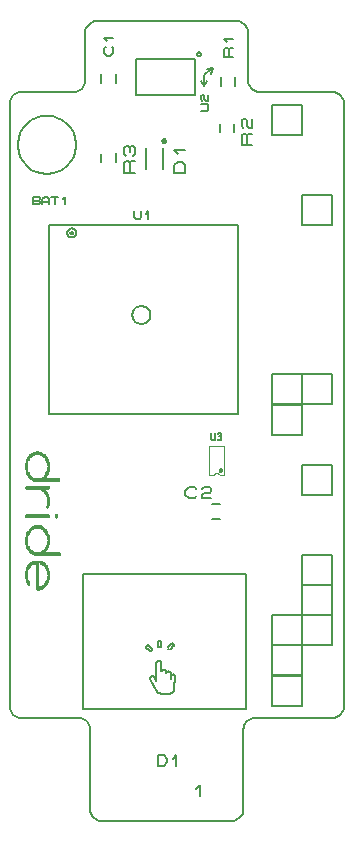
<source format=gbr>
G04 PROTEUS RS274X GERBER FILE*
%FSLAX45Y45*%
%MOMM*%
G01*
%ADD23C,0.203200*%
%ADD24C,0.063500*%
%ADD25C,0.101600*%
%ADD26C,0.250000*%
%ADD27C,0.200000*%
D23*
X+291950Y-3182360D02*
X+323700Y-3151880D01*
X+323700Y-3243320D01*
D24*
X-1159460Y-1397147D02*
X-1159460Y-1341267D01*
X-1159460Y-1107587D02*
X-1159460Y-1046627D01*
X-1159460Y-884067D02*
X-1159460Y-863747D01*
X-1159460Y-635147D02*
X-1159460Y-624987D01*
X-1159460Y-477667D02*
X-1159460Y-421787D01*
X-1154380Y-1417467D02*
X-1154380Y-1320947D01*
X-1154380Y-1127907D02*
X-1154380Y-1026307D01*
X-1154380Y-884067D02*
X-1154380Y-858667D01*
X-1154380Y-645307D02*
X-1154380Y-619907D01*
X-1154380Y-497987D02*
X-1154380Y-401467D01*
X-1149300Y-1432707D02*
X-1149300Y-1305707D01*
X-1149300Y-1143147D02*
X-1149300Y-1011067D01*
X-1149300Y-884067D02*
X-1149300Y-858667D01*
X-1149300Y-645307D02*
X-1149300Y-619907D01*
X-1149300Y-513227D02*
X-1149300Y-391307D01*
X-1144220Y-1432707D02*
X-1144220Y-1300627D01*
X-1144220Y-1148227D02*
X-1144220Y-1005987D01*
X-1144220Y-884067D02*
X-1144220Y-858667D01*
X-1144220Y-645307D02*
X-1144220Y-619907D01*
X-1144220Y-518307D02*
X-1144220Y-386227D01*
X-1139140Y-1447947D02*
X-1139140Y-1402227D01*
X-1139140Y-1331107D02*
X-1139140Y-1290467D01*
X-1139140Y-1153307D02*
X-1139140Y-1107587D01*
X-1139140Y-1041547D02*
X-1139140Y-1000907D01*
X-1139140Y-884067D02*
X-1139140Y-858667D01*
X-1139140Y-645307D02*
X-1139140Y-619907D01*
X-1139140Y-528467D02*
X-1139140Y-487827D01*
X-1139140Y-416707D02*
X-1139140Y-370987D01*
X-1134060Y-1453027D02*
X-1134060Y-1417467D01*
X-1134060Y-1320947D02*
X-1134060Y-1280307D01*
X-1134060Y-1158387D02*
X-1134060Y-1122827D01*
X-1134060Y-1031387D02*
X-1134060Y-995827D01*
X-1134060Y-884067D02*
X-1134060Y-858667D01*
X-1134060Y-645307D02*
X-1134060Y-619907D01*
X-1134060Y-538627D02*
X-1134060Y-497987D01*
X-1134060Y-401467D02*
X-1134060Y-365907D01*
X-1128980Y-1453027D02*
X-1128980Y-1422547D01*
X-1128980Y-1315867D02*
X-1128980Y-1275227D01*
X-1128980Y-1163467D02*
X-1128980Y-1127907D01*
X-1128980Y-1026307D02*
X-1128980Y-985667D01*
X-1128980Y-884067D02*
X-1128980Y-858667D01*
X-1128980Y-645307D02*
X-1128980Y-619907D01*
X-1128980Y-543707D02*
X-1128980Y-503067D01*
X-1128980Y-396387D02*
X-1128980Y-360827D01*
X-1123900Y-1453027D02*
X-1123900Y-1437787D01*
X-1123900Y-1310787D02*
X-1123900Y-1270147D01*
X-1123900Y-1173627D02*
X-1123900Y-1138067D01*
X-1123900Y-1011067D02*
X-1123900Y-980587D01*
X-1123900Y-884067D02*
X-1123900Y-858667D01*
X-1123900Y-645307D02*
X-1123900Y-619907D01*
X-1123900Y-548787D02*
X-1123900Y-513227D01*
X-1123900Y-391307D02*
X-1123900Y-350667D01*
X-1118820Y-1300627D02*
X-1118820Y-1270147D01*
X-1118820Y-1178707D02*
X-1118820Y-1148227D01*
X-1118820Y-1005987D02*
X-1118820Y-975507D01*
X-1118820Y-884067D02*
X-1118820Y-858667D01*
X-1118820Y-645307D02*
X-1118820Y-619907D01*
X-1118820Y-558947D02*
X-1118820Y-523387D01*
X-1118820Y-376067D02*
X-1118820Y-345587D01*
X-1113740Y-1295547D02*
X-1113740Y-1265067D01*
X-1113740Y-1183787D02*
X-1113740Y-1153307D01*
X-1113740Y-1000907D02*
X-1113740Y-970427D01*
X-1113740Y-884067D02*
X-1113740Y-858667D01*
X-1113740Y-645307D02*
X-1113740Y-619907D01*
X-1113740Y-558947D02*
X-1113740Y-523387D01*
X-1113740Y-376067D02*
X-1113740Y-345587D01*
X-1108660Y-1290467D02*
X-1108660Y-1259987D01*
X-1108660Y-1183787D02*
X-1108660Y-1158387D01*
X-1108660Y-990747D02*
X-1108660Y-965347D01*
X-1108660Y-884067D02*
X-1108660Y-858667D01*
X-1108660Y-645307D02*
X-1108660Y-619907D01*
X-1108660Y-558947D02*
X-1108660Y-533547D01*
X-1108660Y-370987D02*
X-1108660Y-340507D01*
X-1103580Y-1280307D02*
X-1103580Y-1254907D01*
X-1103580Y-1188867D02*
X-1103580Y-1158387D01*
X-1103580Y-985667D02*
X-1103580Y-965347D01*
X-1103580Y-884067D02*
X-1103580Y-858667D01*
X-1103580Y-645307D02*
X-1103580Y-619907D01*
X-1103580Y-564027D02*
X-1103580Y-538627D01*
X-1103580Y-365907D02*
X-1103580Y-335427D01*
X-1098500Y-1280307D02*
X-1098500Y-1254907D01*
X-1098500Y-1193947D02*
X-1098500Y-1163467D01*
X-1098500Y-985667D02*
X-1098500Y-960267D01*
X-1098500Y-884067D02*
X-1098500Y-858667D01*
X-1098500Y-645307D02*
X-1098500Y-619907D01*
X-1098500Y-564027D02*
X-1098500Y-543707D01*
X-1098500Y-360827D02*
X-1098500Y-335427D01*
X-1093420Y-1280307D02*
X-1093420Y-1254907D01*
X-1093420Y-1193947D02*
X-1093420Y-1168547D01*
X-1093420Y-980587D02*
X-1093420Y-960267D01*
X-1093420Y-884067D02*
X-1093420Y-858667D01*
X-1093420Y-645307D02*
X-1093420Y-619907D01*
X-1093420Y-574187D02*
X-1093420Y-548787D01*
X-1093420Y-355747D02*
X-1093420Y-330347D01*
X-1088340Y-1275227D02*
X-1088340Y-1249827D01*
X-1088340Y-1193947D02*
X-1088340Y-1168547D01*
X-1088340Y-975507D02*
X-1088340Y-960267D01*
X-1088340Y-884067D02*
X-1088340Y-858667D01*
X-1088340Y-645307D02*
X-1088340Y-619907D01*
X-1088340Y-574187D02*
X-1088340Y-548787D01*
X-1088340Y-355747D02*
X-1088340Y-330347D01*
X-1083260Y-1275227D02*
X-1083260Y-1249827D01*
X-1083260Y-1199027D02*
X-1083260Y-1173627D01*
X-1083260Y-975507D02*
X-1083260Y-950107D01*
X-1083260Y-884067D02*
X-1083260Y-858667D01*
X-1083260Y-645307D02*
X-1083260Y-619907D01*
X-1083260Y-574187D02*
X-1083260Y-548787D01*
X-1083260Y-355747D02*
X-1083260Y-330347D01*
X-1078180Y-1275227D02*
X-1078180Y-1249827D01*
X-1078180Y-1199027D02*
X-1078180Y-1173627D01*
X-1078180Y-975507D02*
X-1078180Y-950107D01*
X-1078180Y-884067D02*
X-1078180Y-858667D01*
X-1078180Y-645307D02*
X-1078180Y-619907D01*
X-1078180Y-574187D02*
X-1078180Y-553867D01*
X-1078180Y-350667D02*
X-1078180Y-330347D01*
X-1073100Y-1275227D02*
X-1073100Y-1249827D01*
X-1073100Y-1199027D02*
X-1073100Y-1173627D01*
X-1073100Y-975507D02*
X-1073100Y-950107D01*
X-1073100Y-884067D02*
X-1073100Y-858667D01*
X-1073100Y-645307D02*
X-1073100Y-619907D01*
X-1073100Y-574187D02*
X-1073100Y-553867D01*
X-1073100Y-350667D02*
X-1073100Y-330347D01*
X-1068020Y-1275227D02*
X-1068020Y-1249827D01*
X-1068020Y-1199027D02*
X-1068020Y-1173627D01*
X-1068020Y-975507D02*
X-1068020Y-950107D01*
X-1068020Y-884067D02*
X-1068020Y-858667D01*
X-1068020Y-645307D02*
X-1068020Y-619907D01*
X-1068020Y-579267D02*
X-1068020Y-553867D01*
X-1068020Y-350667D02*
X-1068020Y-325267D01*
X-1062940Y-1488587D02*
X-1062940Y-1249827D01*
X-1062940Y-1199027D02*
X-1062940Y-1173627D01*
X-1062940Y-975507D02*
X-1062940Y-950107D01*
X-1062940Y-884067D02*
X-1062940Y-858667D01*
X-1062940Y-645307D02*
X-1062940Y-619907D01*
X-1062940Y-579267D02*
X-1062940Y-553867D01*
X-1062940Y-350667D02*
X-1062940Y-325267D01*
X-1057860Y-1498747D02*
X-1057860Y-1249827D01*
X-1057860Y-1199027D02*
X-1057860Y-1173627D01*
X-1057860Y-975507D02*
X-1057860Y-950107D01*
X-1057860Y-884067D02*
X-1057860Y-858667D01*
X-1057860Y-645307D02*
X-1057860Y-619907D01*
X-1057860Y-579267D02*
X-1057860Y-553867D01*
X-1057860Y-350667D02*
X-1057860Y-325267D01*
X-1052780Y-1498747D02*
X-1052780Y-1249827D01*
X-1052780Y-1199027D02*
X-1052780Y-1173627D01*
X-1052780Y-975507D02*
X-1052780Y-950107D01*
X-1052780Y-884067D02*
X-1052780Y-858667D01*
X-1052780Y-645307D02*
X-1052780Y-619907D01*
X-1052780Y-579267D02*
X-1052780Y-553867D01*
X-1052780Y-350667D02*
X-1052780Y-325267D01*
X-1047700Y-1498747D02*
X-1047700Y-1463187D01*
X-1047700Y-1275227D02*
X-1047700Y-1249827D01*
X-1047700Y-1199027D02*
X-1047700Y-1173627D01*
X-1047700Y-975507D02*
X-1047700Y-950107D01*
X-1047700Y-884067D02*
X-1047700Y-858667D01*
X-1047700Y-645307D02*
X-1047700Y-619907D01*
X-1047700Y-579267D02*
X-1047700Y-553867D01*
X-1047700Y-350667D02*
X-1047700Y-325267D01*
X-1042620Y-1498747D02*
X-1042620Y-1468267D01*
X-1042620Y-1265067D02*
X-1042620Y-1249827D01*
X-1042620Y-1199027D02*
X-1042620Y-1173627D01*
X-1042620Y-975507D02*
X-1042620Y-950107D01*
X-1042620Y-884067D02*
X-1042620Y-858667D01*
X-1042620Y-645307D02*
X-1042620Y-619907D01*
X-1042620Y-579267D02*
X-1042620Y-553867D01*
X-1042620Y-350667D02*
X-1042620Y-330347D01*
X-1037540Y-1493667D02*
X-1037540Y-1473347D01*
X-1037540Y-1265067D02*
X-1037540Y-1249827D01*
X-1037540Y-1199027D02*
X-1037540Y-1173627D01*
X-1037540Y-975507D02*
X-1037540Y-950107D01*
X-1037540Y-884067D02*
X-1037540Y-858667D01*
X-1037540Y-645307D02*
X-1037540Y-619907D01*
X-1037540Y-579267D02*
X-1037540Y-553867D01*
X-1037540Y-350667D02*
X-1037540Y-330347D01*
X-1032460Y-1488587D02*
X-1032460Y-1468267D01*
X-1032460Y-1275227D02*
X-1032460Y-1249827D01*
X-1032460Y-1199027D02*
X-1032460Y-1173627D01*
X-1032460Y-975507D02*
X-1032460Y-950107D01*
X-1032460Y-884067D02*
X-1032460Y-858667D01*
X-1032460Y-645307D02*
X-1032460Y-619907D01*
X-1032460Y-579267D02*
X-1032460Y-548787D01*
X-1032460Y-355747D02*
X-1032460Y-330347D01*
X-1027380Y-1488587D02*
X-1027380Y-1463187D01*
X-1027380Y-1275227D02*
X-1027380Y-1249827D01*
X-1027380Y-1199027D02*
X-1027380Y-1173627D01*
X-1027380Y-975507D02*
X-1027380Y-950107D01*
X-1027380Y-884067D02*
X-1027380Y-858667D01*
X-1027380Y-650387D02*
X-1027380Y-619907D01*
X-1027380Y-579267D02*
X-1027380Y-548787D01*
X-1027380Y-355747D02*
X-1027380Y-330347D01*
X-1022300Y-1488587D02*
X-1022300Y-1463187D01*
X-1022300Y-1280307D02*
X-1022300Y-1249827D01*
X-1022300Y-1199027D02*
X-1022300Y-1168547D01*
X-1022300Y-985667D02*
X-1022300Y-960267D01*
X-1022300Y-884067D02*
X-1022300Y-858667D01*
X-1022300Y-650387D02*
X-1022300Y-619907D01*
X-1022300Y-579267D02*
X-1022300Y-548787D01*
X-1022300Y-355747D02*
X-1022300Y-330347D01*
X-1017220Y-1488587D02*
X-1017220Y-1458107D01*
X-1017220Y-1280307D02*
X-1017220Y-1254907D01*
X-1017220Y-1199027D02*
X-1017220Y-1168547D01*
X-1017220Y-985667D02*
X-1017220Y-960267D01*
X-1017220Y-884067D02*
X-1017220Y-858667D01*
X-1017220Y-655467D02*
X-1017220Y-619907D01*
X-1017220Y-579267D02*
X-1017220Y-538627D01*
X-1017220Y-360827D02*
X-1017220Y-335427D01*
X-1012140Y-1483507D02*
X-1012140Y-1458107D01*
X-1012140Y-1285387D02*
X-1012140Y-1254907D01*
X-1012140Y-1199027D02*
X-1012140Y-1163467D01*
X-1012140Y-985667D02*
X-1012140Y-965347D01*
X-1012140Y-884067D02*
X-1012140Y-858667D01*
X-1012140Y-660547D02*
X-1012140Y-619907D01*
X-1012140Y-579267D02*
X-1012140Y-538627D01*
X-1012140Y-365907D02*
X-1012140Y-335427D01*
X-1007060Y-1478427D02*
X-1007060Y-1453027D01*
X-1007060Y-1285387D02*
X-1007060Y-1259987D01*
X-1007060Y-1199027D02*
X-1007060Y-1158387D01*
X-1007060Y-995827D02*
X-1007060Y-965347D01*
X-1007060Y-884067D02*
X-1007060Y-858667D01*
X-1007060Y-660547D02*
X-1007060Y-619907D01*
X-1007060Y-579267D02*
X-1007060Y-538627D01*
X-1007060Y-370987D02*
X-1007060Y-345587D01*
X-1001980Y-1473347D02*
X-1001980Y-1447947D01*
X-1001980Y-1290467D02*
X-1001980Y-1259987D01*
X-1001980Y-1199027D02*
X-1001980Y-1153307D01*
X-1001980Y-1000907D02*
X-1001980Y-970427D01*
X-1001980Y-884067D02*
X-1001980Y-858667D01*
X-1001980Y-665627D02*
X-1001980Y-619907D01*
X-1001980Y-579267D02*
X-1001980Y-533547D01*
X-1001980Y-370987D02*
X-1001980Y-345587D01*
X-996900Y-1473347D02*
X-996900Y-1442867D01*
X-996900Y-1295547D02*
X-996900Y-1265067D01*
X-996900Y-1199027D02*
X-996900Y-1148227D01*
X-996900Y-1005987D02*
X-996900Y-975507D01*
X-996900Y-884067D02*
X-996900Y-858667D01*
X-996900Y-675787D02*
X-996900Y-619907D01*
X-996900Y-579267D02*
X-996900Y-523387D01*
X-996900Y-376067D02*
X-996900Y-345587D01*
X-991820Y-1468267D02*
X-991820Y-1432707D01*
X-991820Y-1310787D02*
X-991820Y-1270147D01*
X-991820Y-1199027D02*
X-991820Y-1138067D01*
X-991820Y-1011067D02*
X-991820Y-980587D01*
X-991820Y-884067D02*
X-991820Y-858667D01*
X-991820Y-680867D02*
X-991820Y-619907D01*
X-991820Y-579267D02*
X-991820Y-518307D01*
X-991820Y-386227D02*
X-991820Y-350667D01*
X-986740Y-1463187D02*
X-986740Y-1422547D01*
X-986740Y-1315867D02*
X-986740Y-1275227D01*
X-986740Y-1199027D02*
X-986740Y-1132987D01*
X-986740Y-1021227D02*
X-986740Y-980587D01*
X-986740Y-884067D02*
X-986740Y-858667D01*
X-986740Y-685947D02*
X-986740Y-655467D01*
X-986740Y-645307D02*
X-986740Y-619907D01*
X-986740Y-579267D02*
X-986740Y-553867D01*
X-986740Y-543707D02*
X-986740Y-503067D01*
X-986740Y-396387D02*
X-986740Y-360827D01*
X-981660Y-1453027D02*
X-981660Y-1417467D01*
X-981660Y-1331107D02*
X-981660Y-1285387D01*
X-981660Y-1199027D02*
X-981660Y-1173627D01*
X-981660Y-1163467D02*
X-981660Y-1117747D01*
X-981660Y-1031387D02*
X-981660Y-985667D01*
X-981660Y-884067D02*
X-981660Y-858667D01*
X-981660Y-792627D02*
X-981660Y-787547D01*
X-981660Y-701187D02*
X-981660Y-660547D01*
X-981660Y-645307D02*
X-981660Y-619907D01*
X-981660Y-579267D02*
X-981660Y-553867D01*
X-981660Y-538627D02*
X-981660Y-492907D01*
X-981660Y-411627D02*
X-981660Y-365907D01*
X-976580Y-1447947D02*
X-976580Y-1412387D01*
X-976580Y-1336187D02*
X-976580Y-1290467D01*
X-976580Y-1199027D02*
X-976580Y-1173627D01*
X-976580Y-1153307D02*
X-976580Y-1112667D01*
X-976580Y-1036467D02*
X-976580Y-995827D01*
X-976580Y-884067D02*
X-976580Y-858667D01*
X-976580Y-797707D02*
X-976580Y-782467D01*
X-976580Y-706267D02*
X-976580Y-670707D01*
X-976580Y-645307D02*
X-976580Y-619907D01*
X-976580Y-579267D02*
X-976580Y-553867D01*
X-976580Y-528467D02*
X-976580Y-487827D01*
X-976580Y-416707D02*
X-976580Y-370987D01*
X-971500Y-1442867D02*
X-971500Y-1376827D01*
X-971500Y-1361587D02*
X-971500Y-1305707D01*
X-971500Y-1199027D02*
X-971500Y-1173627D01*
X-971500Y-1143147D02*
X-971500Y-1087267D01*
X-971500Y-1066947D02*
X-971500Y-1005987D01*
X-971500Y-884067D02*
X-971500Y-858667D01*
X-971500Y-802787D02*
X-971500Y-757067D01*
X-971500Y-741827D02*
X-971500Y-675787D01*
X-971500Y-645307D02*
X-971500Y-619907D01*
X-971500Y-579267D02*
X-971500Y-553867D01*
X-971500Y-523387D02*
X-971500Y-457347D01*
X-971500Y-442107D02*
X-971500Y-381147D01*
X-966420Y-1427627D02*
X-966420Y-1310787D01*
X-966420Y-1199027D02*
X-966420Y-1173627D01*
X-966420Y-1132987D02*
X-966420Y-1021227D01*
X-966420Y-884067D02*
X-966420Y-858667D01*
X-966420Y-797707D02*
X-966420Y-685947D01*
X-966420Y-645307D02*
X-966420Y-619907D01*
X-966420Y-579267D02*
X-966420Y-553867D01*
X-966420Y-513227D02*
X-966420Y-391307D01*
X-961340Y-1422547D02*
X-961340Y-1315867D01*
X-961340Y-1199027D02*
X-961340Y-1173627D01*
X-961340Y-1127907D02*
X-961340Y-1026307D01*
X-961340Y-884067D02*
X-961340Y-858667D01*
X-961340Y-792627D02*
X-961340Y-691027D01*
X-961340Y-645307D02*
X-961340Y-619907D01*
X-961340Y-579267D02*
X-961340Y-553867D01*
X-961340Y-508147D02*
X-961340Y-396387D01*
X-956260Y-1407307D02*
X-956260Y-1336187D01*
X-956260Y-1199027D02*
X-956260Y-1173627D01*
X-956260Y-1112667D02*
X-956260Y-1036467D01*
X-956260Y-884067D02*
X-956260Y-863747D01*
X-956260Y-782467D02*
X-956260Y-711347D01*
X-956260Y-635147D02*
X-956260Y-619907D01*
X-956260Y-579267D02*
X-956260Y-553867D01*
X-956260Y-487827D02*
X-956260Y-416707D01*
X-951180Y-1199027D02*
X-951180Y-1173627D01*
X-951180Y-579267D02*
X-951180Y-553867D01*
X-946100Y-1199027D02*
X-946100Y-1173627D01*
X-946100Y-579267D02*
X-946100Y-553867D01*
X-941020Y-1199027D02*
X-941020Y-1173627D01*
X-941020Y-579267D02*
X-941020Y-553867D01*
X-935940Y-1199027D02*
X-935940Y-1173627D01*
X-935940Y-579267D02*
X-935940Y-553867D01*
X-930860Y-1199027D02*
X-930860Y-1173627D01*
X-930860Y-579267D02*
X-930860Y-553867D01*
X-925780Y-1199027D02*
X-925780Y-1173627D01*
X-925780Y-579267D02*
X-925780Y-553867D01*
X-920700Y-1199027D02*
X-920700Y-1173627D01*
X-920700Y-579267D02*
X-920700Y-553867D01*
X-915620Y-1199027D02*
X-915620Y-1173627D01*
X-915620Y-579267D02*
X-915620Y-553867D01*
X-910540Y-1199027D02*
X-910540Y-1173627D01*
X-910540Y-579267D02*
X-910540Y-553867D01*
X-905460Y-1199027D02*
X-905460Y-1173627D01*
X-905460Y-884067D02*
X-905460Y-858667D01*
X-905460Y-579267D02*
X-905460Y-553867D01*
X-900380Y-1199027D02*
X-900380Y-1173627D01*
X-900380Y-889147D02*
X-900380Y-858667D01*
X-900380Y-579267D02*
X-900380Y-553867D01*
X-895300Y-1199027D02*
X-895300Y-1173627D01*
X-895300Y-889147D02*
X-895300Y-858667D01*
X-895300Y-579267D02*
X-895300Y-553867D01*
X-890220Y-1199027D02*
X-890220Y-1173627D01*
X-890220Y-884067D02*
X-890220Y-858667D01*
X-890220Y-579267D02*
X-890220Y-553867D01*
X-885140Y-1199027D02*
X-885140Y-1173627D01*
X-885140Y-579267D02*
X-885140Y-553867D01*
X-880060Y-1199027D02*
X-880060Y-1173627D01*
X-880060Y-579267D02*
X-880060Y-553867D01*
X-874980Y-1199027D02*
X-874980Y-1173627D01*
X-874980Y-579267D02*
X-874980Y-553867D01*
X-869900Y-1199027D02*
X-869900Y-1178707D01*
X-869900Y-574187D02*
X-869900Y-553867D01*
X-864820Y-1199027D02*
X-864820Y-1183787D01*
X-859740Y-1193947D02*
X-859740Y-1188867D01*
D23*
X-34479Y-2988468D02*
X-34479Y-2897028D01*
X+16321Y-2897028D01*
X+41721Y-2927508D01*
X+41721Y-2957988D01*
X+16321Y-2988468D01*
X-34479Y-2988468D01*
X+92521Y-2927508D02*
X+117921Y-2897028D01*
X+117921Y-2988468D01*
X+1188000Y-697000D02*
X+1442000Y-697000D01*
X+1442000Y-443000D01*
X+1188000Y-443000D01*
X+1188000Y-697000D01*
X+933000Y-187000D02*
X+1187000Y-187000D01*
X+1187000Y+67000D01*
X+933000Y+67000D01*
X+933000Y-187000D01*
X+933000Y-2222000D02*
X+1187000Y-2222000D01*
X+1187000Y-1968000D01*
X+933000Y-1968000D01*
X+933000Y-2222000D01*
X+933000Y-1967000D02*
X+1187000Y-1967000D01*
X+1187000Y-1713000D01*
X+933000Y-1713000D01*
X+933000Y-1967000D01*
X+933000Y-2477000D02*
X+1187000Y-2477000D01*
X+1187000Y-2223000D01*
X+933000Y-2223000D01*
X+933000Y-2477000D01*
X+933000Y+2353000D02*
X+1187000Y+2353000D01*
X+1187000Y+2607000D01*
X+933000Y+2607000D01*
X+933000Y+2353000D01*
X+1188000Y+1588000D02*
X+1442000Y+1588000D01*
X+1442000Y+1842000D01*
X+1188000Y+1842000D01*
X+1188000Y+1588000D01*
X-610000Y-3352045D02*
X-608010Y-3372492D01*
X-602285Y-3391400D01*
X-581094Y-3423139D01*
X-549356Y-3444330D01*
X-530447Y-3450055D01*
X-510000Y-3452045D01*
X-610000Y-3352045D02*
X-610000Y-2682045D01*
X-611990Y-2661598D01*
X-617715Y-2642690D01*
X-638906Y-2610951D01*
X-670644Y-2589760D01*
X-689553Y-2584035D01*
X-710000Y-2582045D01*
X-1190000Y-2582045D01*
X-1290000Y-2482045D02*
X-1288010Y-2502492D01*
X-1282285Y-2521400D01*
X-1261094Y-2553139D01*
X-1229356Y-2574330D01*
X-1210447Y-2580055D01*
X-1190000Y-2582045D01*
X-1290000Y-2482045D02*
X-1290000Y+2617964D01*
X-1288010Y+2638411D01*
X-1282285Y+2657319D01*
X-1261094Y+2689058D01*
X-1229356Y+2710249D01*
X-1210447Y+2715974D01*
X-1190000Y+2717964D01*
X-750000Y+2717964D01*
X-650000Y+2817964D02*
X-651990Y+2797517D01*
X-657715Y+2778609D01*
X-678906Y+2746870D01*
X-710644Y+2725679D01*
X-729553Y+2719954D01*
X-750000Y+2717964D01*
X-650000Y+2817964D02*
X-650000Y+3218300D01*
X-648010Y+3238747D01*
X-642285Y+3257655D01*
X-621094Y+3289394D01*
X-589356Y+3310585D01*
X-570447Y+3316310D01*
X-550000Y+3318300D01*
X+630000Y+3318300D01*
X+730000Y+3218300D02*
X+728010Y+3238747D01*
X+722285Y+3257655D01*
X+701094Y+3289394D01*
X+669356Y+3310585D01*
X+650447Y+3316310D01*
X+630000Y+3318300D01*
X+730000Y+3218300D02*
X+730000Y+2817964D01*
X+731990Y+2797517D01*
X+737715Y+2778609D01*
X+758906Y+2746870D01*
X+790644Y+2725679D01*
X+809553Y+2719954D01*
X+830000Y+2717964D01*
X+1440000Y+2717964D01*
X+1540000Y+2617964D02*
X+1538010Y+2638411D01*
X+1532285Y+2657319D01*
X+1511094Y+2689058D01*
X+1479356Y+2710249D01*
X+1460447Y+2715974D01*
X+1440000Y+2717964D01*
X+1540000Y+2617964D02*
X+1540000Y-2482045D01*
X+1538010Y-2502492D01*
X+1532285Y-2521400D01*
X+1511094Y-2553139D01*
X+1479356Y-2574330D01*
X+1460447Y-2580055D01*
X+1440000Y-2582045D01*
X+790000Y-2582045D01*
X+690000Y-2682045D02*
X+691990Y-2661598D01*
X+697715Y-2642690D01*
X+718906Y-2610951D01*
X+750644Y-2589760D01*
X+769553Y-2584035D01*
X+790000Y-2582045D01*
X+690000Y-2682045D02*
X+690000Y-3352045D01*
X+688010Y-3372492D01*
X+682285Y-3391400D01*
X+661094Y-3423139D01*
X+629356Y-3444330D01*
X+610447Y-3450055D01*
X+590000Y-3452045D01*
X+302500Y-3452045D01*
X-222500Y-3452045D02*
X-510000Y-3452045D01*
X+302500Y-3452045D02*
X-222500Y-3452045D01*
X+933000Y+73000D02*
X+1187000Y+73000D01*
X+1187000Y+327000D01*
X+933000Y+327000D01*
X+933000Y+73000D01*
X+1188000Y+73000D02*
X+1442000Y+73000D01*
X+1442000Y+327000D01*
X+1188000Y+327000D01*
X+1188000Y+73000D01*
D25*
X+528080Y-526480D02*
X+528080Y-276480D01*
X+525600Y-275220D02*
X+398600Y-275220D01*
X+398080Y-276480D02*
X+398080Y-526480D01*
X+488080Y-526480D02*
X+482299Y-512261D01*
X+468080Y-506480D01*
X+438080Y-526480D02*
X+443861Y-512261D01*
X+458080Y-506480D01*
X+438080Y-526480D02*
X+398080Y-526480D01*
X+488080Y-526480D02*
X+528080Y-526480D01*
X+468080Y-506480D02*
X+458080Y-506480D01*
D23*
X+508080Y-486480D02*
X+508045Y-485649D01*
X+507764Y-483985D01*
X+507174Y-482321D01*
X+506210Y-480657D01*
X+504735Y-479016D01*
X+503071Y-477815D01*
X+501407Y-477050D01*
X+499743Y-476619D01*
X+498080Y-476480D01*
X+488080Y-486480D02*
X+488115Y-485649D01*
X+488396Y-483985D01*
X+488986Y-482321D01*
X+489950Y-480657D01*
X+491425Y-479016D01*
X+493089Y-477815D01*
X+494753Y-477050D01*
X+496417Y-476619D01*
X+498080Y-476480D01*
X+488080Y-486480D02*
X+488115Y-487311D01*
X+488396Y-488975D01*
X+488986Y-490639D01*
X+489950Y-492303D01*
X+491425Y-493944D01*
X+493089Y-495145D01*
X+494753Y-495910D01*
X+496417Y-496341D01*
X+498080Y-496480D01*
X+508080Y-486480D02*
X+508045Y-487311D01*
X+507764Y-488975D01*
X+507174Y-490639D01*
X+506210Y-492303D01*
X+504735Y-493944D01*
X+503071Y-495145D01*
X+501407Y-495910D01*
X+499743Y-496341D01*
X+498080Y-496480D01*
X+414820Y-167280D02*
X+414820Y-218080D01*
X+421170Y-228240D01*
X+446570Y-228240D01*
X+452920Y-218080D01*
X+452920Y-167280D01*
X+471970Y-177440D02*
X+478320Y-167280D01*
X+497370Y-167280D01*
X+503720Y-177440D01*
X+503720Y-187600D01*
X+497370Y-197760D01*
X+503720Y-207920D01*
X+503720Y-218080D01*
X+497370Y-228240D01*
X+478320Y-228240D01*
X+471970Y-218080D01*
X+484670Y-197760D02*
X+497370Y-197760D01*
X+491340Y-893420D02*
X+422760Y-893420D01*
X+491340Y-771500D02*
X+420220Y-771500D01*
X+291570Y-705260D02*
X+275695Y-720500D01*
X+228070Y-720500D01*
X+196320Y-690020D01*
X+196320Y-659540D01*
X+228070Y-629060D01*
X+275695Y-629060D01*
X+291570Y-644300D01*
X+339195Y-644300D02*
X+355070Y-629060D01*
X+402695Y-629060D01*
X+418570Y-644300D01*
X+418570Y-659540D01*
X+402695Y-674780D01*
X+355070Y-674780D01*
X+339195Y-690020D01*
X+339195Y-720500D01*
X+418570Y-720500D01*
X-955000Y-10000D02*
X+645000Y-10000D01*
X+645000Y+1590000D01*
X-955000Y+1590000D01*
X-955000Y-10000D01*
X-726922Y+1525000D02*
X-727053Y+1528156D01*
X-728118Y+1534470D01*
X-730347Y+1540784D01*
X-733990Y+1547098D01*
X-739562Y+1553334D01*
X-745876Y+1557927D01*
X-752190Y+1560859D01*
X-758504Y+1562520D01*
X-764818Y+1563078D01*
X-765000Y+1563078D01*
X-803078Y+1525000D02*
X-802947Y+1528156D01*
X-801882Y+1534470D01*
X-799653Y+1540784D01*
X-796010Y+1547098D01*
X-790438Y+1553334D01*
X-784124Y+1557927D01*
X-777810Y+1560859D01*
X-771496Y+1562520D01*
X-765182Y+1563078D01*
X-765000Y+1563078D01*
X-803078Y+1525000D02*
X-802947Y+1521844D01*
X-801882Y+1515530D01*
X-799653Y+1509216D01*
X-796010Y+1502902D01*
X-790438Y+1496666D01*
X-784124Y+1492073D01*
X-777810Y+1489141D01*
X-771496Y+1487480D01*
X-765182Y+1486922D01*
X-765000Y+1486922D01*
X-726922Y+1525000D02*
X-727053Y+1521844D01*
X-728118Y+1515530D01*
X-730347Y+1509216D01*
X-733990Y+1502902D01*
X-739562Y+1496666D01*
X-745876Y+1492073D01*
X-752190Y+1489141D01*
X-758504Y+1487480D01*
X-764818Y+1486922D01*
X-765000Y+1486922D01*
X-755000Y+1525000D02*
X-755035Y+1525831D01*
X-755316Y+1527495D01*
X-755906Y+1529159D01*
X-756870Y+1530823D01*
X-758345Y+1532464D01*
X-760009Y+1533665D01*
X-761673Y+1534430D01*
X-763337Y+1534861D01*
X-765000Y+1535000D01*
X-775000Y+1525000D02*
X-774965Y+1525831D01*
X-774684Y+1527495D01*
X-774094Y+1529159D01*
X-773130Y+1530823D01*
X-771655Y+1532464D01*
X-769991Y+1533665D01*
X-768327Y+1534430D01*
X-766663Y+1534861D01*
X-765000Y+1535000D01*
X-775000Y+1525000D02*
X-774965Y+1524169D01*
X-774684Y+1522505D01*
X-774094Y+1520841D01*
X-773130Y+1519177D01*
X-771655Y+1517536D01*
X-769991Y+1516335D01*
X-768327Y+1515570D01*
X-766663Y+1515139D01*
X-765000Y+1515000D01*
X-755000Y+1525000D02*
X-755035Y+1524169D01*
X-755316Y+1522505D01*
X-755906Y+1520841D01*
X-756870Y+1519177D01*
X-758345Y+1517536D01*
X-760009Y+1516335D01*
X-761673Y+1515570D01*
X-763337Y+1515139D01*
X-765000Y+1515000D01*
X-98679Y+830000D02*
X-98939Y+836296D01*
X-101054Y+848890D01*
X-105476Y+861484D01*
X-112694Y+874078D01*
X-123738Y+886543D01*
X-136332Y+895800D01*
X-148926Y+901729D01*
X-161520Y+905121D01*
X-174114Y+906316D01*
X-175000Y+906321D01*
X-251321Y+830000D02*
X-251061Y+836296D01*
X-248946Y+848890D01*
X-244524Y+861484D01*
X-237306Y+874078D01*
X-226262Y+886543D01*
X-213668Y+895800D01*
X-201074Y+901729D01*
X-188480Y+905121D01*
X-175886Y+906316D01*
X-175000Y+906321D01*
X-251321Y+830000D02*
X-251061Y+823704D01*
X-248946Y+811110D01*
X-244524Y+798516D01*
X-237306Y+785922D01*
X-226262Y+773457D01*
X-213668Y+764200D01*
X-201074Y+758271D01*
X-188480Y+754879D01*
X-175886Y+753684D01*
X-175000Y+753679D01*
X-98679Y+830000D02*
X-98939Y+823704D01*
X-101054Y+811110D01*
X-105476Y+798516D01*
X-112694Y+785922D01*
X-123738Y+773457D01*
X-136332Y+764200D01*
X-148926Y+758271D01*
X-161520Y+754879D01*
X-174114Y+753684D01*
X-175000Y+753679D01*
X-233700Y+1706840D02*
X-233700Y+1656040D01*
X-224175Y+1645880D01*
X-186075Y+1645880D01*
X-176550Y+1656040D01*
X-176550Y+1706840D01*
X-138450Y+1686520D02*
X-119400Y+1706840D01*
X-119400Y+1645880D01*
X-220000Y+2695000D02*
X+280000Y+2695000D01*
X+280000Y+2995000D01*
X-220000Y+2995000D01*
X-220000Y+2695000D01*
X+352300Y+2861800D02*
X+352300Y+2772900D01*
X+352300Y+2861800D02*
X+415800Y+2912600D01*
X+428500Y+2925300D02*
X+377700Y+2912600D01*
X+428500Y+2925300D02*
X+415800Y+2874500D01*
X+377700Y+2811000D02*
X+352300Y+2772900D01*
X+326900Y+2811000D02*
X+352300Y+2772900D01*
X+329511Y+3040500D02*
X+329456Y+3041814D01*
X+329011Y+3044443D01*
X+328080Y+3047072D01*
X+326558Y+3049701D01*
X+324230Y+3052294D01*
X+321601Y+3054195D01*
X+318972Y+3055406D01*
X+316343Y+3056089D01*
X+313714Y+3056311D01*
X+313700Y+3056311D01*
X+297889Y+3040500D02*
X+297944Y+3041814D01*
X+298389Y+3044443D01*
X+299320Y+3047072D01*
X+300842Y+3049701D01*
X+303170Y+3052294D01*
X+305799Y+3054195D01*
X+308428Y+3055406D01*
X+311057Y+3056089D01*
X+313686Y+3056311D01*
X+313700Y+3056311D01*
X+297889Y+3040500D02*
X+297944Y+3039186D01*
X+298389Y+3036557D01*
X+299320Y+3033928D01*
X+300842Y+3031299D01*
X+303170Y+3028706D01*
X+305799Y+3026805D01*
X+308428Y+3025594D01*
X+311057Y+3024911D01*
X+313686Y+3024689D01*
X+313700Y+3024689D01*
X+329511Y+3040500D02*
X+329456Y+3039186D01*
X+329011Y+3036557D01*
X+328080Y+3033928D01*
X+326558Y+3031299D01*
X+324230Y+3028706D01*
X+321601Y+3026805D01*
X+318972Y+3025594D01*
X+316343Y+3024911D01*
X+313714Y+3024689D01*
X+313700Y+3024689D01*
X+329380Y+2559535D02*
X+380180Y+2559535D01*
X+390340Y+2569060D01*
X+390340Y+2607160D01*
X+380180Y+2616685D01*
X+329380Y+2616685D01*
X+339540Y+2645260D02*
X+329380Y+2654785D01*
X+329380Y+2683360D01*
X+339540Y+2692885D01*
X+349700Y+2692885D01*
X+359860Y+2683360D01*
X+359860Y+2654785D01*
X+370020Y+2645260D01*
X+390340Y+2645260D01*
X+390340Y+2692885D01*
X-727968Y+2270000D02*
X-728774Y+2289939D01*
X-735320Y+2329818D01*
X-748979Y+2369697D01*
X-771178Y+2409576D01*
X-805099Y+2449328D01*
X-844978Y+2480045D01*
X-884857Y+2499998D01*
X-924736Y+2511864D01*
X-964615Y+2516814D01*
X-975000Y+2517032D01*
X-1222032Y+2270000D02*
X-1221226Y+2289939D01*
X-1214680Y+2329818D01*
X-1201021Y+2369697D01*
X-1178822Y+2409576D01*
X-1144901Y+2449328D01*
X-1105022Y+2480045D01*
X-1065143Y+2499998D01*
X-1025264Y+2511864D01*
X-985385Y+2516814D01*
X-975000Y+2517032D01*
X-1222032Y+2270000D02*
X-1221226Y+2250061D01*
X-1214680Y+2210182D01*
X-1201021Y+2170303D01*
X-1178822Y+2130424D01*
X-1144901Y+2090672D01*
X-1105022Y+2059955D01*
X-1065143Y+2040002D01*
X-1025264Y+2028136D01*
X-985385Y+2023186D01*
X-975000Y+2022968D01*
X-727968Y+2270000D02*
X-728774Y+2250061D01*
X-735320Y+2210182D01*
X-748979Y+2170303D01*
X-771178Y+2130424D01*
X-805099Y+2090672D01*
X-844978Y+2059955D01*
X-884857Y+2040002D01*
X-924736Y+2028136D01*
X-964615Y+2023186D01*
X-975000Y+2022968D01*
X-1089008Y+1767464D02*
X-1089008Y+1828424D01*
X-1041383Y+1828424D01*
X-1031858Y+1818264D01*
X-1031858Y+1808104D01*
X-1041383Y+1797944D01*
X-1031858Y+1787784D01*
X-1031858Y+1777624D01*
X-1041383Y+1767464D01*
X-1089008Y+1767464D01*
X-1089008Y+1797944D02*
X-1041383Y+1797944D01*
X-1012808Y+1767464D02*
X-1012808Y+1808104D01*
X-993758Y+1828424D01*
X-974708Y+1828424D01*
X-955658Y+1808104D01*
X-955658Y+1767464D01*
X-1012808Y+1787784D02*
X-955658Y+1787784D01*
X-936608Y+1828424D02*
X-879458Y+1828424D01*
X-908033Y+1828424D02*
X-908033Y+1767464D01*
X-841358Y+1808104D02*
X-822308Y+1828424D01*
X-822308Y+1767464D01*
X-391580Y+2866340D02*
X-391580Y+2797760D01*
X-513500Y+2866340D02*
X-513500Y+2795220D01*
X-424820Y+3102920D02*
X-412120Y+3090220D01*
X-412120Y+3052120D01*
X-437520Y+3026720D01*
X-462920Y+3026720D01*
X-488320Y+3052120D01*
X-488320Y+3090220D01*
X-475620Y+3102920D01*
X-462920Y+3153720D02*
X-488320Y+3179120D01*
X-412120Y+3179120D01*
D26*
X+27500Y+2305000D02*
X+27457Y+2306039D01*
X+27105Y+2308118D01*
X+26368Y+2310197D01*
X+25164Y+2312276D01*
X+23323Y+2314326D01*
X+21244Y+2315829D01*
X+19165Y+2316786D01*
X+17086Y+2317325D01*
X+15007Y+2317500D01*
X+15000Y+2317500D01*
X+2500Y+2305000D02*
X+2543Y+2306039D01*
X+2895Y+2308118D01*
X+3632Y+2310197D01*
X+4836Y+2312276D01*
X+6677Y+2314326D01*
X+8756Y+2315829D01*
X+10835Y+2316786D01*
X+12914Y+2317325D01*
X+14993Y+2317500D01*
X+15000Y+2317500D01*
X+2500Y+2305000D02*
X+2543Y+2303961D01*
X+2895Y+2301882D01*
X+3632Y+2299803D01*
X+4836Y+2297724D01*
X+6677Y+2295674D01*
X+8756Y+2294171D01*
X+10835Y+2293214D01*
X+12914Y+2292675D01*
X+14993Y+2292500D01*
X+15000Y+2292500D01*
X+27500Y+2305000D02*
X+27457Y+2303961D01*
X+27105Y+2301882D01*
X+26368Y+2299803D01*
X+25164Y+2297724D01*
X+23323Y+2295674D01*
X+21244Y+2294171D01*
X+19165Y+2293214D01*
X+17086Y+2292675D01*
X+15007Y+2292500D01*
X+15000Y+2292500D01*
D27*
X-135000Y+2245000D02*
X-135000Y+2065000D01*
X+5000Y+2245000D02*
X+5000Y+2065000D01*
D23*
X+196920Y+2034250D02*
X+105480Y+2034250D01*
X+105480Y+2097750D01*
X+135960Y+2129500D01*
X+166440Y+2129500D01*
X+196920Y+2097750D01*
X+196920Y+2034250D01*
X+135960Y+2193000D02*
X+105480Y+2224750D01*
X+196920Y+2224750D01*
X-513420Y+2128660D02*
X-513420Y+2197240D01*
X-391500Y+2128660D02*
X-391500Y+2199780D01*
X-229060Y+2034680D02*
X-320500Y+2034680D01*
X-320500Y+2114055D01*
X-305260Y+2129930D01*
X-290020Y+2129930D01*
X-274780Y+2114055D01*
X-274780Y+2034680D01*
X-274780Y+2114055D02*
X-259540Y+2129930D01*
X-229060Y+2129930D01*
X-305260Y+2177555D02*
X-320500Y+2193430D01*
X-320500Y+2241055D01*
X-305260Y+2256930D01*
X-290020Y+2256930D01*
X-274780Y+2241055D01*
X-259540Y+2256930D01*
X-244300Y+2256930D01*
X-229060Y+2241055D01*
X-229060Y+2193430D01*
X-244300Y+2177555D01*
X-274780Y+2209305D02*
X-274780Y+2241055D01*
X+618420Y+2841340D02*
X+618420Y+2772760D01*
X+496500Y+2841340D02*
X+496500Y+2770220D01*
X+602880Y+3016720D02*
X+526680Y+3016720D01*
X+526680Y+3080220D01*
X+539380Y+3092920D01*
X+552080Y+3092920D01*
X+564780Y+3080220D01*
X+564780Y+3016720D01*
X+564780Y+3080220D02*
X+577480Y+3092920D01*
X+602880Y+3092920D01*
X+552080Y+3143720D02*
X+526680Y+3169120D01*
X+602880Y+3169120D01*
X+491580Y+2375300D02*
X+491580Y+2443880D01*
X+613500Y+2375300D02*
X+613500Y+2446420D01*
X+765940Y+2271320D02*
X+674500Y+2271320D01*
X+674500Y+2350695D01*
X+689740Y+2366570D01*
X+704980Y+2366570D01*
X+720220Y+2350695D01*
X+720220Y+2271320D01*
X+720220Y+2350695D02*
X+735460Y+2366570D01*
X+765940Y+2366570D01*
X+689740Y+2414195D02*
X+674500Y+2430070D01*
X+674500Y+2477695D01*
X+689740Y+2493570D01*
X+704980Y+2493570D01*
X+720220Y+2477695D01*
X+720220Y+2430070D01*
X+735460Y+2414195D01*
X+765940Y+2414195D01*
X+765940Y+2493570D01*
X+1188000Y-1712000D02*
X+1442000Y-1712000D01*
X+1442000Y-1458000D01*
X+1188000Y-1458000D01*
X+1188000Y-1712000D01*
X+1188000Y-1457000D02*
X+1442000Y-1457000D01*
X+1442000Y-1203000D01*
X+1188000Y-1203000D01*
X+1188000Y-1457000D01*
X+1188000Y-1967000D02*
X+1442000Y-1967000D01*
X+1442000Y-1713000D01*
X+1188000Y-1713000D01*
X+1188000Y-1967000D01*
X-27299Y-1926661D02*
X-26464Y-1926113D01*
X-25605Y-1925651D01*
X-24723Y-1925272D01*
X-15556Y-1925525D02*
X-13843Y-1926338D01*
X-12241Y-1927361D01*
X-10780Y-1928577D01*
X-10112Y-1929251D01*
X-9491Y-1929967D01*
X-8920Y-1930721D01*
X-8403Y-1931512D01*
X-7945Y-1932336D01*
X-7548Y-1933193D01*
X-7217Y-1934079D01*
X-6955Y-1934993D01*
X-6767Y-1935931D01*
X-6656Y-1936892D01*
X-6559Y-1970383D01*
X-6596Y-1971931D01*
X-6829Y-1973448D01*
X-7244Y-1974920D01*
X-8181Y-1977014D01*
X-9453Y-1978934D01*
X-11015Y-1980634D01*
X-12820Y-1982071D01*
X-14822Y-1983200D01*
X-16245Y-1983760D01*
X-17722Y-1984151D01*
X-19239Y-1984359D01*
X-20783Y-1984371D01*
X-22248Y-1984253D01*
X-24376Y-1983752D01*
X-26387Y-1982896D01*
X-28242Y-1981727D01*
X-29904Y-1980286D01*
X-31333Y-1978613D01*
X-32492Y-1976748D01*
X-33342Y-1974732D01*
X-33845Y-1972605D01*
X-33969Y-1971146D01*
X-33963Y-1970409D01*
X-33957Y-1938394D01*
X-32729Y-1932743D01*
X-28504Y-1927469D01*
X-27299Y-1926661D01*
X-125728Y-1965961D02*
X-120991Y-1965317D01*
X-115876Y-1966544D01*
X-111513Y-1969555D01*
X-89946Y-1991075D01*
X-85232Y-1999086D01*
X-85054Y-2003504D01*
X-85148Y-2004005D01*
X-85970Y-2006946D01*
X-87824Y-2010104D01*
X-90439Y-2012682D01*
X-93623Y-2014493D01*
X-96572Y-2015283D01*
X-97184Y-2015351D01*
X-99504Y-2015454D01*
X-102773Y-2014736D01*
X-110990Y-2008774D01*
X-111374Y-2008372D01*
X-132132Y-1987161D01*
X-132707Y-1986430D01*
X-133215Y-1985669D01*
X-133657Y-1984879D01*
X-134034Y-1984066D01*
X-134348Y-1983232D01*
X-134599Y-1982380D01*
X-134918Y-1980639D01*
X-135000Y-1978871D01*
X-134856Y-1977102D01*
X-134493Y-1975361D01*
X-133920Y-1973675D01*
X-133148Y-1972072D01*
X-132184Y-1970579D01*
X-131039Y-1969223D01*
X-129721Y-1968033D01*
X-129000Y-1967508D01*
X-128239Y-1967035D01*
X-127439Y-1966617D01*
X-126602Y-1966258D01*
X-125728Y-1965961D01*
X+80796Y-1951013D02*
X+83288Y-1950422D01*
X+86465Y-1950366D01*
X+89566Y-1951027D01*
X+92435Y-1952362D01*
X+94914Y-1954324D01*
X+96512Y-1956316D01*
X+96848Y-1956869D01*
X+97829Y-1958609D01*
X+98481Y-1960446D01*
X+98867Y-1962989D01*
X+98630Y-1966203D01*
X+97664Y-1969308D01*
X+96045Y-1972147D01*
X+94332Y-1974120D01*
X+72138Y-1996270D01*
X+69648Y-1998238D01*
X+66186Y-1999812D01*
X+57538Y-1999579D02*
X+55822Y-1998723D01*
X+55275Y-1998368D01*
X+53945Y-1997492D01*
X+52759Y-1996460D01*
X+51722Y-1995292D01*
X+50837Y-1994007D01*
X+50730Y-1979848D02*
X+51667Y-1978555D01*
X+67433Y-1962363D01*
X+80796Y-1951013D01*
X-39090Y-2100302D02*
X-38273Y-2099687D01*
X-36557Y-2098600D01*
X-34743Y-2097706D01*
X-32851Y-2097004D01*
X-30899Y-2096493D01*
X-28905Y-2096171D01*
X-26888Y-2096038D01*
X-24866Y-2096092D01*
X-22858Y-2096332D01*
X-20882Y-2096757D01*
X-18956Y-2097367D01*
X-17099Y-2098160D01*
X-15330Y-2099134D01*
X-13666Y-2100290D01*
X-12126Y-2101626D01*
X-7469Y-2108196D01*
X-5659Y-2116627D01*
X-5667Y-2186067D01*
X-5042Y-2184707D01*
X-4323Y-2183419D01*
X-3517Y-2182204D01*
X-2628Y-2181063D01*
X-1662Y-2179998D01*
X-626Y-2179008D01*
X+476Y-2178095D01*
X+1637Y-2177260D01*
X+2852Y-2176504D01*
X+4115Y-2175828D01*
X+5420Y-2175232D01*
X+6761Y-2174717D01*
X+8133Y-2174285D01*
X+9530Y-2173936D01*
X+10947Y-2173671D01*
X+12377Y-2173492D01*
X+13815Y-2173398D01*
X+15255Y-2173391D01*
X+16692Y-2173472D01*
X+18119Y-2173642D01*
X+19531Y-2173901D01*
X+20922Y-2174251D01*
X+22287Y-2174692D01*
X+23619Y-2175226D01*
X+24913Y-2175852D01*
X+26164Y-2176573D01*
X+27365Y-2177389D01*
X+28511Y-2178301D01*
X+29596Y-2179310D01*
X+30148Y-2179825D01*
X+31592Y-2181483D01*
X+33066Y-2183926D01*
X+34276Y-2187266D01*
X+34951Y-2198770D01*
X+35574Y-2197625D01*
X+36265Y-2196538D01*
X+37019Y-2195508D01*
X+37834Y-2194537D01*
X+38705Y-2193625D01*
X+39629Y-2192772D01*
X+40602Y-2191978D01*
X+41621Y-2191244D01*
X+42681Y-2190570D01*
X+43780Y-2189957D01*
X+44912Y-2189405D01*
X+46075Y-2188913D01*
X+47265Y-2188484D01*
X+48479Y-2188117D01*
X+49711Y-2187811D01*
X+50959Y-2187569D01*
X+52220Y-2187390D01*
X+53488Y-2187274D01*
X+54761Y-2187221D01*
X+56035Y-2187233D01*
X+57306Y-2187310D01*
X+58570Y-2187451D01*
X+59824Y-2187658D01*
X+61064Y-2187930D01*
X+62286Y-2188268D01*
X+63487Y-2188672D01*
X+64663Y-2189143D01*
X+65809Y-2189681D01*
X+66923Y-2190287D01*
X+69390Y-2191930D01*
X+73370Y-2196328D01*
X+75269Y-2200647D01*
X+75721Y-2204190D01*
X+76302Y-2252345D01*
X+78591Y-2226318D01*
X+78774Y-2225374D01*
X+79311Y-2223549D01*
X+80063Y-2221817D01*
X+81010Y-2220190D01*
X+82135Y-2218679D01*
X+83418Y-2217295D01*
X+84842Y-2216051D01*
X+86388Y-2214958D01*
X+88037Y-2214026D01*
X+89771Y-2213268D01*
X+91572Y-2212695D01*
X+93422Y-2212318D01*
X+95301Y-2212149D01*
X+97192Y-2212199D01*
X+99076Y-2212480D01*
X+99988Y-2212659D01*
X+101761Y-2213170D01*
X+103460Y-2213872D01*
X+105071Y-2214750D01*
X+106582Y-2215791D01*
X+107983Y-2216979D01*
X+109260Y-2218300D01*
X+110403Y-2219739D01*
X+111399Y-2221282D01*
X+112236Y-2222914D01*
X+112902Y-2224621D01*
X+113386Y-2226388D01*
X+113675Y-2228200D01*
X+113758Y-2230044D01*
X+113623Y-2231904D01*
X+104648Y-2325040D01*
X+104118Y-2338466D01*
X+102215Y-2347719D01*
X+101662Y-2349324D01*
X+101036Y-2350896D01*
X+100340Y-2352434D01*
X+99576Y-2353935D01*
X+98747Y-2355399D01*
X+97855Y-2356824D01*
X+96902Y-2358208D01*
X+95890Y-2359549D01*
X+94823Y-2360846D01*
X+93702Y-2362097D01*
X+92530Y-2363301D01*
X+91308Y-2364456D01*
X+90041Y-2365560D01*
X+88728Y-2366612D01*
X+87375Y-2367609D01*
X+85981Y-2368551D01*
X+84551Y-2369436D01*
X+83085Y-2370263D01*
X+81587Y-2371028D01*
X+80059Y-2371732D01*
X+78504Y-2372372D01*
X+76923Y-2372946D01*
X+75319Y-2373453D01*
X+73694Y-2373892D01*
X+72051Y-2374261D01*
X+70392Y-2374558D01*
X+68719Y-2374781D01*
X+67035Y-2374929D01*
X+65343Y-2375000D01*
X-8466Y-2375000D01*
X-9904Y-2374932D01*
X-12764Y-2374633D01*
X-15590Y-2374125D01*
X-18370Y-2373413D01*
X-21092Y-2372506D01*
X-23743Y-2371409D01*
X-26310Y-2370129D01*
X-28781Y-2368674D01*
X-31143Y-2367049D01*
X-33383Y-2365263D01*
X-35490Y-2363321D01*
X-37449Y-2361231D01*
X-39249Y-2358999D01*
X-40878Y-2356633D01*
X-42321Y-2354138D01*
X-47641Y-2341291D01*
X-101324Y-2251574D01*
X-101757Y-2250784D01*
X-102126Y-2249981D01*
X-102680Y-2248346D01*
X-103000Y-2246682D01*
X-103099Y-2245005D01*
X-102991Y-2243328D01*
X-102690Y-2241665D01*
X-102211Y-2240030D01*
X-101187Y-2237660D01*
X-99840Y-2235432D01*
X-98217Y-2233393D01*
X-96364Y-2231589D01*
X-94328Y-2230067D01*
X-92762Y-2229045D01*
X-91072Y-2228163D01*
X-89283Y-2227431D01*
X-86467Y-2226634D01*
X-84538Y-2226315D01*
X-82596Y-2226178D01*
X-80667Y-2226230D01*
X-78774Y-2226481D01*
X-76943Y-2226940D01*
X-75199Y-2227615D01*
X-74367Y-2228036D01*
X-73565Y-2228515D01*
X-72798Y-2229053D01*
X-72068Y-2229651D01*
X-71378Y-2230309D01*
X-70731Y-2231029D01*
X-70130Y-2231812D01*
X-69579Y-2232660D01*
X-47317Y-2269804D01*
X-47286Y-2118118D01*
X-46852Y-2113229D01*
X-44850Y-2107257D01*
X-42170Y-2103182D01*
X-39090Y-2100302D01*
X-665000Y-2510000D02*
X+710000Y-2510000D01*
X+710000Y-1365000D01*
X-665000Y-1365000D01*
X-665000Y-2510000D01*
M02*

</source>
